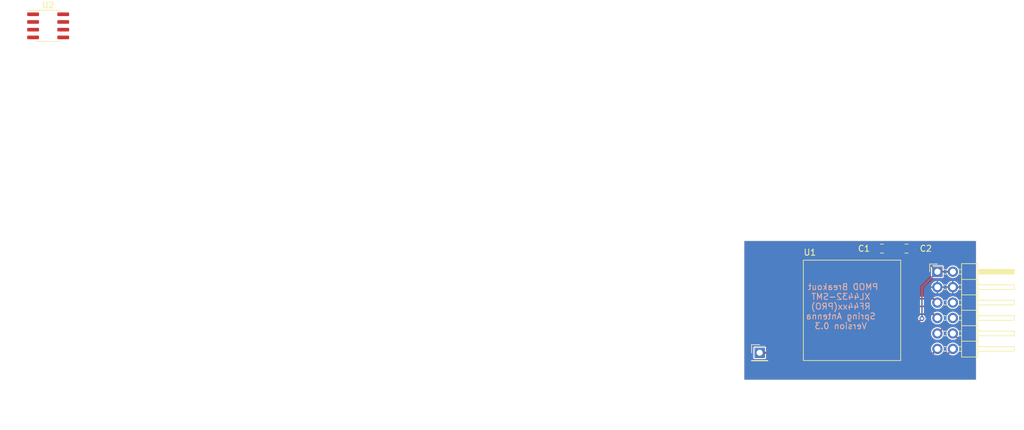
<source format=kicad_pcb>
(kicad_pcb (version 20221018) (generator pcbnew)
  (layers (0 "F.Cu" signal) (31 "B.Cu" signal) (34 "B.Paste" user) (35 "F.Paste" user) (36 "B.SilkS" user "B.Silkscreen") (37 "F.SilkS" user "F.Silkscreen") (38 "B.Mask" user) (39 "F.Mask" user) (44 "Edge.Cuts" user))
  (net 0 "")
  (net 1 "GND")
  (net 2 "nRESET")
  (net 3 "nCS")
  (net 4 "SCK")
  (net 5 "MOSI")
  (net 6 "MISO")
  (net 7 "VCC")
  (net 10 "Net-(J2-Pin_1)")
  (net 13 "IRQ")
  (footprint "Connector_PinHeader_2.54mm:PinHeader_2x06_P2.54mm_Horizontal" (layer "F.Cu") (at 149.86 43.18)
    (fp_text reference "J1" hide)
    (fp_text value "Conn_02x06_Odd_Even")
    (fp_line (start -1.27 -1.27) (end 0 -1.27) (stroke (width 0.12)) (layer "F.SilkS"))
    (fp_line (start -1.27 0) (end -1.27 -1.27) (stroke (width 0.12)) (layer "F.SilkS"))
    (fp_line (start 1.042929 2.16) (end 1.497071 2.16) (stroke (width 0.12)) (layer "F.SilkS"))
    (fp_line (start 1.042929 2.92) (end 1.497071 2.92) (stroke (width 0.12)) (layer "F.SilkS"))
    (fp_line (start 1.042929 4.7) (end 1.497071 4.7) (stroke (width 0.12)) (layer "F.SilkS"))
    (fp_line (start 1.042929 5.46) (end 1.497071 5.46) (stroke (width 0.12)) (layer "F.SilkS"))
    (fp_line (start 1.042929 7.24) (end 1.497071 7.24) (stroke (width 0.12)) (layer "F.SilkS"))
    (fp_line (start 1.042929 8) (end 1.497071 8) (stroke (width 0.12)) (layer "F.SilkS"))
    (fp_line (start 1.042929 9.78) (end 1.497071 9.78) (stroke (width 0.12)) (layer "F.SilkS"))
    (fp_line (start 1.042929 10.54) (end 1.497071 10.54) (stroke (width 0.12)) (layer "F.SilkS"))
    (fp_line (start 1.042929 12.32) (end 1.497071 12.32) (stroke (width 0.12)) (layer "F.SilkS"))
    (fp_line (start 1.042929 13.08) (end 1.497071 13.08) (stroke (width 0.12)) (layer "F.SilkS"))
    (fp_line (start 1.11 -0.38) (end 1.497071 -0.38) (stroke (width 0.12)) (layer "F.SilkS"))
    (fp_line (start 1.11 0.38) (end 1.497071 0.38) (stroke (width 0.12)) (layer "F.SilkS"))
    (fp_line (start 3.582929 -0.38) (end 3.98 -0.38) (stroke (width 0.12)) (layer "F.SilkS"))
    (fp_line (start 3.582929 0.38) (end 3.98 0.38) (stroke (width 0.12)) (layer "F.SilkS"))
    (fp_line (start 3.582929 2.16) (end 3.98 2.16) (stroke (width 0.12)) (layer "F.SilkS"))
    (fp_line (start 3.582929 2.92) (end 3.98 2.92) (stroke (width 0.12)) (layer "F.SilkS"))
    (fp_line (start 3.582929 4.7) (end 3.98 4.7) (stroke (width 0.12)) (layer "F.SilkS"))
    (fp_line (start 3.582929 5.46) (end 3.98 5.46) (stroke (width 0.12)) (layer "F.SilkS"))
    (fp_line (start 3.582929 7.24) (end 3.98 7.24) (stroke (width 0.12)) (layer "F.SilkS"))
    (fp_line (start 3.582929 8) (end 3.98 8) (stroke (width 0.12)) (layer "F.SilkS"))
    (fp_line (start 3.582929 9.78) (end 3.98 9.78) (stroke (width 0.12)) (layer "F.SilkS"))
    (fp_line (start 3.582929 10.54) (end 3.98 10.54) (stroke (width 0.12)) (layer "F.SilkS"))
    (fp_line (start 3.582929 12.32) (end 3.98 12.32) (stroke (width 0.12)) (layer "F.SilkS"))
    (fp_line (start 3.582929 13.08) (end 3.98 13.08) (stroke (width 0.12)) (layer "F.SilkS"))
    (fp_line (start 3.98 -1.33) (end 3.98 14.03) (stroke (width 0.12)) (layer "F.SilkS"))
    (fp_line (start 3.98 1.27) (end 6.64 1.27) (stroke (width 0.12)) (layer "F.SilkS"))
    (fp_line (start 3.98 3.81) (end 6.64 3.81) (stroke (width 0.12)) (layer "F.SilkS"))
    (fp_line (start 3.98 6.35) (end 6.64 6.35) (stroke (width 0.12)) (layer "F.SilkS"))
    (fp_line (start 3.98 8.89) (end 6.64 8.89) (stroke (width 0.12)) (layer "F.SilkS"))
    (fp_line (start 3.98 11.43) (end 6.64 11.43) (stroke (width 0.12)) (layer "F.SilkS"))
    (fp_line (start 3.98 14.03) (end 6.64 14.03) (stroke (width 0.12)) (layer "F.SilkS"))
    (fp_line (start 6.64 -1.33) (end 3.98 -1.33) (stroke (width 0.12)) (layer "F.SilkS"))
    (fp_line (start 6.64 -0.38) (end 12.64 -0.38) (stroke (width 0.12)) (layer "F.SilkS"))
    (fp_line (start 6.64 -0.32) (end 12.64 -0.32) (stroke (width 0.12)) (layer "F.SilkS"))
    (fp_line (start 6.64 -0.2) (end 12.64 -0.2) (stroke (width 0.12)) (layer "F.SilkS"))
    (fp_line (start 6.64 -0.08) (end 12.64 -0.08) (stroke (width 0.12)) (layer "F.SilkS"))
    (fp_line (start 6.64 0.04) (end 12.64 0.04) (stroke (width 0.12)) (layer "F.SilkS"))
    (fp_line (start 6.64 0.16) (end 12.64 0.16) (stroke (width 0.12)) (layer "F.SilkS"))
    (fp_line (start 6.64 0.28) (end 12.64 0.28) (stroke (width 0.12)) (layer "F.SilkS"))
    (fp_line (start 6.64 2.16) (end 12.64 2.16) (stroke (width 0.12)) (layer "F.SilkS"))
    (fp_line (start 6.64 4.7) (end 12.64 4.7) (stroke (width 0.12)) (layer "F.SilkS"))
    (fp_line (start 6.64 7.24) (end 12.64 7.24) (stroke (width 0.12)) (layer "F.SilkS"))
    (fp_line (start 6.64 9.78) (end 12.64 9.78) (stroke (width 0.12)) (layer "F.SilkS"))
    (fp_line (start 6.64 12.32) (end 12.64 12.32) (stroke (width 0.12)) (layer "F.SilkS"))
    (fp_line (start 6.64 14.03) (end 6.64 -1.33) (stroke (width 0.12)) (layer "F.SilkS"))
    (fp_line (start 12.64 -0.38) (end 12.64 0.38) (stroke (width 0.12)) (layer "F.SilkS"))
    (fp_line (start 12.64 0.38) (end 6.64 0.38) (stroke (width 0.12)) (layer "F.SilkS"))
    (fp_line (start 12.64 2.16) (end 12.64 2.92) (stroke (width 0.12)) (layer "F.SilkS"))
    (fp_line (start 12.64 2.92) (end 6.64 2.92) (stroke (width 0.12)) (layer "F.SilkS"))
    (fp_line (start 12.64 4.7) (end 12.64 5.46) (stroke (width 0.12)) (layer "F.SilkS"))
    (fp_line (start 12.64 5.46) (end 6.64 5.46) (stroke (width 0.12)) (layer "F.SilkS"))
    (fp_line (start 12.64 7.24) (end 12.64 8) (stroke (width 0.12)) (layer "F.SilkS"))
    (fp_line (start 12.64 8) (end 6.64 8) (stroke (width 0.12)) (layer "F.SilkS"))
    (fp_line (start 12.64 9.78) (end 12.64 10.54) (stroke (width 0.12)) (layer "F.SilkS"))
    (fp_line (start 12.64 10.54) (end 6.64 10.54) (stroke (width 0.12)) (layer "F.SilkS"))
    (fp_line (start 12.64 12.32) (end 12.64 13.08) (stroke (width 0.12)) (layer "F.SilkS"))
    (fp_line (start 12.64 13.08) (end 6.64 13.08) (stroke (width 0.12)) (layer "F.SilkS"))
    (pad "1" thru_hole rect (at 0 0) (size 1.7 1.7) (drill 1) (layers "*.Cu" "*.Mask") (net 7 "VCC"))
    (pad "2" thru_hole oval (at 2.54 0) (size 1.7 1.7) (drill 1) (layers "*.Cu" "*.Mask") (net 7 "VCC"))
    (pad "3" thru_hole oval (at 0 2.54) (size 1.7 1.7) (drill 1) (layers "*.Cu" "*.Mask") (net 1 "GND"))
    (pad "4" thru_hole oval (at 2.54 2.54) (size 1.7 1.7) (drill 1) (layers "*.Cu" "*.Mask") (net 1 "GND"))
    (pad "5" thru_hole oval (at 0 5.08) (size 1.7 1.7) (drill 1) (layers "*.Cu" "*.Mask") (net 4 "SCK"))
    (pad "6" thru_hole oval (at 2.54 5.08) (size 1.7 1.7) (drill 1) (layers "*.Cu" "*.Mask"))
    (pad "7" thru_hole oval (at 0 7.62) (size 1.7 1.7) (drill 1) (layers "*.Cu" "*.Mask") (net 6 "MISO"))
    (pad "8" thru_hole oval (at 2.54 7.62) (size 1.7 1.7) (drill 1) (layers "*.Cu" "*.Mask"))
    (pad "9" thru_hole oval (at 0 10.16) (size 1.7 1.7) (drill 1) (layers "*.Cu" "*.Mask") (net 5 "MOSI"))
    (pad "10" thru_hole oval (at 2.54 10.16) (size 1.7 1.7) (drill 1) (layers "*.Cu" "*.Mask") (net 2 "nRESET"))
    (pad "11" thru_hole oval (at 0 12.7) (size 1.7 1.7) (drill 1) (layers "*.Cu" "*.Mask") (net 3 "nCS"))
    (pad "12" thru_hole oval (at 2.54 12.7) (size 1.7 1.7) (drill 1) (layers "*.Cu" "*.Mask") (net 13 "IRQ"))
  )
  (footprint "AvS_Modules:AS4432-SMD" (layer "F.Cu") (at 135.89 50.165 180)
    (fp_text reference "U1" (at 6.985 10.16 unlocked) (layer "F.SilkS"))
    (fp_text value "AS4432-SMD")
    (fp_rect (start -7.9365 -7.62) (end 8.0635 8.89) (stroke (width 0.12)) (fill none) (layer "F.SilkS"))
    (pad "1" smd roundrect (at -8.25 -6.35 180) (size 2 1) (layers "F.Cu" "F.Paste" "F.Mask") (net 1 "GND"))
    (pad "2" smd roundrect (at -8.25 -5.08 180) (size 2 1) (layers "F.Cu" "F.Paste" "F.Mask"))
    (pad "3" smd roundrect (at -8.25 -3.81 180) (size 2 1) (layers "F.Cu" "F.Paste" "F.Mask"))
    (pad "4" smd roundrect (at -8.25 -2.54 180) (size 2 1) (layers "F.Cu" "F.Paste" "F.Mask"))
    (pad "5" smd roundrect (at -8.25 -1.27 180) (size 2 1) (layers "F.Cu" "F.Paste" "F.Mask") (net 7 "VCC"))
    (pad "6" smd roundrect (at -8.25 0 180) (size 2 1) (layers "F.Cu" "F.Paste" "F.Mask") (net 6 "MISO"))
    (pad "7" smd roundrect (at -8.25 1.27 180) (size 2 1) (layers "F.Cu" "F.Paste" "F.Mask") (net 5 "MOSI"))
    (pad "8" smd roundrect (at -8.25 2.54 180) (size 2 1) (layers "F.Cu" "F.Paste" "F.Mask") (net 4 "SCK"))
    (pad "9" smd roundrect (at -8.25 3.81 180) (size 2 1) (layers "F.Cu" "F.Paste" "F.Mask") (net 3 "nCS"))
    (pad "10" smd roundrect (at -8.25 5.08 180) (size 2 1) (layers "F.Cu" "F.Paste" "F.Mask") (net 13 "IRQ"))
    (pad "11" smd roundrect (at -8.25 6.35 180) (size 2 1) (layers "F.Cu" "F.Paste" "F.Mask") (net 2 "nRESET"))
    (pad "12" smd roundrect (at -8.25 7.62 180) (size 2 1) (layers "F.Cu" "F.Paste" "F.Mask") (net 1 "GND"))
    (pad "13" smd roundrect (at 8.25 -5.08 180) (size 2 1) (layers "F.Cu" "F.Paste" "F.Mask") (net 1 "GND"))
    (pad "14" smd roundrect (at 8.25 -6.35 180) (size 2 1) (layers "F.Cu" "F.Paste" "F.Mask") (net 10 "Net-(J2-Pin_1)"))
  )
  (footprint "Package_SO:SOIC-8_3.9x4.9mm_P1.27mm" (layer "F.Cu") (at 3.725 2.725)
    (fp_text reference "U2" (at 0 -3.4) (layer "F.SilkS"))
    (fp_text value "AT25SF081-SSHD-X")
    (fp_line (start 0 -2.56) (end -3.45 -2.56) (stroke (width 0.12)) (layer "F.SilkS"))
    (fp_line (start 0 -2.56) (end 1.95 -2.56) (stroke (width 0.12)) (layer "F.SilkS"))
    (fp_line (start 0 2.56) (end -1.95 2.56) (stroke (width 0.12)) (layer "F.SilkS"))
    (fp_line (start 0 2.56) (end 1.95 2.56) (stroke (width 0.12)) (layer "F.SilkS"))
    (pad "1" smd roundrect (at -2.475 -1.905) (size 1.95 0.6) (layers "F.Cu" "F.Paste" "F.Mask"))
    (pad "2" smd roundrect (at -2.475 -0.635) (size 1.95 0.6) (layers "F.Cu" "F.Paste" "F.Mask"))
    (pad "3" smd roundrect (at -2.475 0.635) (size 1.95 0.6) (layers "F.Cu" "F.Paste" "F.Mask"))
    (pad "4" smd roundrect (at -2.475 1.905) (size 1.95 0.6) (layers "F.Cu" "F.Paste" "F.Mask"))
    (pad "5" smd roundrect (at 2.475 1.905) (size 1.95 0.6) (layers "F.Cu" "F.Paste" "F.Mask"))
    (pad "6" smd roundrect (at 2.475 0.635) (size 1.95 0.6) (layers "F.Cu" "F.Paste" "F.Mask"))
    (pad "7" smd roundrect (at 2.475 -0.635) (size 1.95 0.6) (layers "F.Cu" "F.Paste" "F.Mask"))
    (pad "8" smd roundrect (at 2.475 -1.905) (size 1.95 0.6) (layers "F.Cu" "F.Paste" "F.Mask"))
  )
  (footprint "Capacitor_SMD:C_0805_2012Metric_Pad1.18x1.45mm_HandSolder" (layer "F.Cu") (at 140.7375 39.37 180)
    (fp_text reference "C1" (at 2.9425 0) (layer "F.SilkS"))
    (fp_text value "C_Small")
    (fp_line (start -0.261252 -0.735) (end 0.261252 -0.735) (stroke (width 0.12)) (layer "F.SilkS"))
    (fp_line (start -0.261252 0.735) (end 0.261252 0.735) (stroke (width 0.12)) (layer "F.SilkS"))
    (pad "1" smd roundrect (at -1.0375 0 180) (size 1.175 1.45) (layers "F.Cu" "F.Paste" "F.Mask") (roundrect_rratio 0.2127659574) (net 7 "VCC"))
    (pad "2" smd roundrect (at 1.0375 0 180) (size 1.175 1.45) (layers "F.Cu" "F.Paste" "F.Mask") (roundrect_rratio 0.2127659574) (net 1 "GND"))
  )
  (footprint "Capacitor_SMD:C_0805_2012Metric_Pad1.18x1.45mm_HandSolder" (layer "F.Cu") (at 144.78 39.37)
    (fp_text reference "C2" (at 3.175 0) (layer "F.SilkS"))
    (fp_text value "C_Small")
    (fp_line (start -0.261252 -0.735) (end 0.261252 -0.735) (stroke (width 0.12)) (layer "F.SilkS"))
    (fp_line (start -0.261252 0.735) (end 0.261252 0.735) (stroke (width 0.12)) (layer "F.SilkS"))
    (pad "1" smd roundrect (at -1.0375 0) (size 1.175 1.45) (layers "F.Cu" "F.Paste" "F.Mask") (roundrect_rratio 0.2127659574) (net 7 "VCC"))
    (pad "2" smd roundrect (at 1.0375 0) (size 1.175 1.45) (layers "F.Cu" "F.Paste" "F.Mask") (roundrect_rratio 0.2127659574) (net 1 "GND"))
  )
  (footprint "Connector_PinHeader_2.54mm:PinHeader_1x01_P2.54mm_Vertical" (layer "F.Cu") (at 120.65 56.515)
    (fp_text reference "J2" hide)
    (fp_text value "Conn_01x01")
    (fp_line (start -1.33 -1.33) (end 0 -1.33) (stroke (width 0.12)) (layer "F.SilkS"))
    (fp_line (start -1.33 0) (end -1.33 -1.33) (stroke (width 0.12)) (layer "F.SilkS"))
    (fp_line (start -1.33 1.27) (end -1.33 1.33) (stroke (width 0.12)) (layer "F.SilkS"))
    (fp_line (start -1.33 1.27) (end 1.33 1.27) (stroke (width 0.12)) (layer "F.SilkS"))
    (fp_line (start -1.33 1.33) (end 1.33 1.33) (stroke (width 0.12)) (layer "F.SilkS"))
    (fp_line (start 1.33 1.27) (end 1.33 1.33) (stroke (width 0.12)) (layer "F.SilkS"))
    (pad "1" thru_hole rect (at 0 0) (size 1.7 1.7) (drill 1) (layers "*.Cu" "*.Mask") (net 10 "Net-(J2-Pin_1)"))
  )
  (gr_rect (start 118.11 38.1) (end 156.21 60.96) (stroke (width 0.05)) (fill none) (layer "Edge.Cuts"))
  (gr_text "PMOD Breakout \nXL4432-SMT\nRF44xx(PRO)\nSpring Antenna\nVersion 0.3" (at 133.985 48.895) (layer "B.SilkS") (effects (font (size 1 1)) (justify mirror)))
  (segment (start 153.67 54.61) (end 152.4 53.34) (width 0.25) (layer "F.Cu") (net 2))
  (segment (start 141.915 57.461396) (end 144.143604 59.69) (width 0.25) (layer "F.Cu") (net 2))
  (segment (start 153.67 56.271701) (end 153.67 54.61) (width 0.25) (layer "F.Cu") (net 2))
  (segment (start 143.596827 43.815) (end 141.915 45.496827) (width 0.25) (layer "F.Cu") (net 2))
  (segment (start 144.14 43.815) (end 143.596827 43.815) (width 0.25) (layer "F.Cu") (net 2))
  (segment (start 141.915 45.496827) (end 141.915 57.461396) (width 0.25) (layer "F.Cu") (net 2))
  (segment (start 144.143604 59.69) (end 150.251701 59.69) (width 0.25) (layer "F.Cu") (net 2))
  (segment (start 150.251701 59.69) (end 153.67 56.271701) (width 0.25) (layer "F.Cu") (net 2))
  (segment (start 144.14 46.355) (end 143.596827 46.355) (width 0.25) (layer "F.Cu") (net 3))
  (segment (start 147.32 58.42) (end 149.86 55.88) (width 0.25) (layer "F.Cu") (net 3))
  (segment (start 143.596827 46.355) (end 142.815 47.136827) (width 0.25) (layer "F.Cu") (net 3))
  (segment (start 142.815 47.136827) (end 142.815 57.003173) (width 0.25) (layer "F.Cu") (net 3))
  (segment (start 144.231827 58.42) (end 147.32 58.42) (width 0.25) (layer "F.Cu") (net 3))
  (segment (start 142.815 57.003173) (end 144.231827 58.42) (width 0.25) (layer "F.Cu") (net 3))
  (segment (start 149.225 47.625) (end 149.86 48.26) (width 0.25) (layer "F.Cu") (net 4))
  (segment (start 144.14 47.625) (end 149.225 47.625) (width 0.25) (layer "F.Cu") (net 4))
  (segment (start 151.13 50.408299) (end 151.13 52.07) (width 0.25) (layer "F.Cu") (net 5))
  (segment (start 149.468299 49.53) (end 150.251701 49.53) (width 0.25) (layer "F.Cu") (net 5))
  (segment (start 148.833299 48.895) (end 149.468299 49.53) (width 0.25) (layer "F.Cu") (net 5))
  (segment (start 151.13 52.07) (end 149.86 53.34) (width 0.25) (layer "F.Cu") (net 5))
  (segment (start 150.251701 49.53) (end 151.13 50.408299) (width 0.25) (layer "F.Cu") (net 5))
  (segment (start 144.14 48.895) (end 148.833299 48.895) (width 0.25) (layer "F.Cu") (net 5))
  (segment (start 149.225 50.165) (end 149.86 50.8) (width 0.25) (layer "F.Cu") (net 6))
  (segment (start 144.14 50.165) (end 149.225 50.165) (width 0.25) (layer "F.Cu") (net 6))
  (segment (start 141.775 39.37) (end 143.7425 39.37) (width 0.25) (layer "F.Cu") (net 7))
  (segment (start 145.0125 40.64) (end 147.32 40.64) (width 0.25) (layer "F.Cu") (net 7))
  (segment (start 146.7745 51.435) (end 147.32 50.8895) (width 0.25) (layer "F.Cu") (net 7))
  (segment (start 149.86 43.18) (end 152.4 43.18) (width 0.25) (layer "F.Cu") (net 7))
  (segment (start 147.32 40.64) (end 149.86 43.18) (width 0.25) (layer "F.Cu") (net 7))
  (segment (start 143.7425 39.37) (end 145.0125 40.64) (width 0.25) (layer "F.Cu") (net 7))
  (segment (start 144.14 51.435) (end 146.7745 51.435) (width 0.25) (layer "F.Cu") (net 7))
  (via (at 147.32 50.8895) (size 0.8) (drill 0.4) (layers "F.Cu" "B.Cu") (net 7))
  (segment (start 147.32 50.8895) (end 147.32 45.72) (width 0.25) (layer "B.Cu") (net 7))
  (segment (start 147.32 45.72) (end 149.86 43.18) (width 0.25) (layer "B.Cu") (net 7))
  (segment (start 127.64 56.515) (end 120.65 56.515) (width 0.35) (layer "F.Cu") (net 10))
  (segment (start 143.96 58.87) (end 149.41 58.87) (width 0.25) (layer "F.Cu") (net 13))
  (segment (start 149.41 58.87) (end 152.4 55.88) (width 0.25) (layer "F.Cu") (net 13))
  (segment (start 142.365 57.275) (end 143.96 58.87) (width 0.25) (layer "F.Cu") (net 13))
  (segment (start 144.14 45.085) (end 143.596827 45.085) (width 0.25) (layer "F.Cu") (net 13))
  (segment (start 142.365 46.316827) (end 142.365 57.275) (width 0.25) (layer "F.Cu") (net 13))
  (segment (start 143.596827 45.085) (end 142.365 46.316827) (width 0.25) (layer "F.Cu") (net 13))
  (zone (net 1) (net_name "GND") (layers "F&B.Cu") (connect_pads (clearance 0.2)) (min_thickness 0.2) (fill yes (thermal_gap 0.2) (thermal_bridge_width 0.2))
    (polygon (pts (xy 156.21 60.96) (xy 118.11 60.96) (xy 118.11 38.1) (xy 156.21 38.1)))
  )
)
</source>
